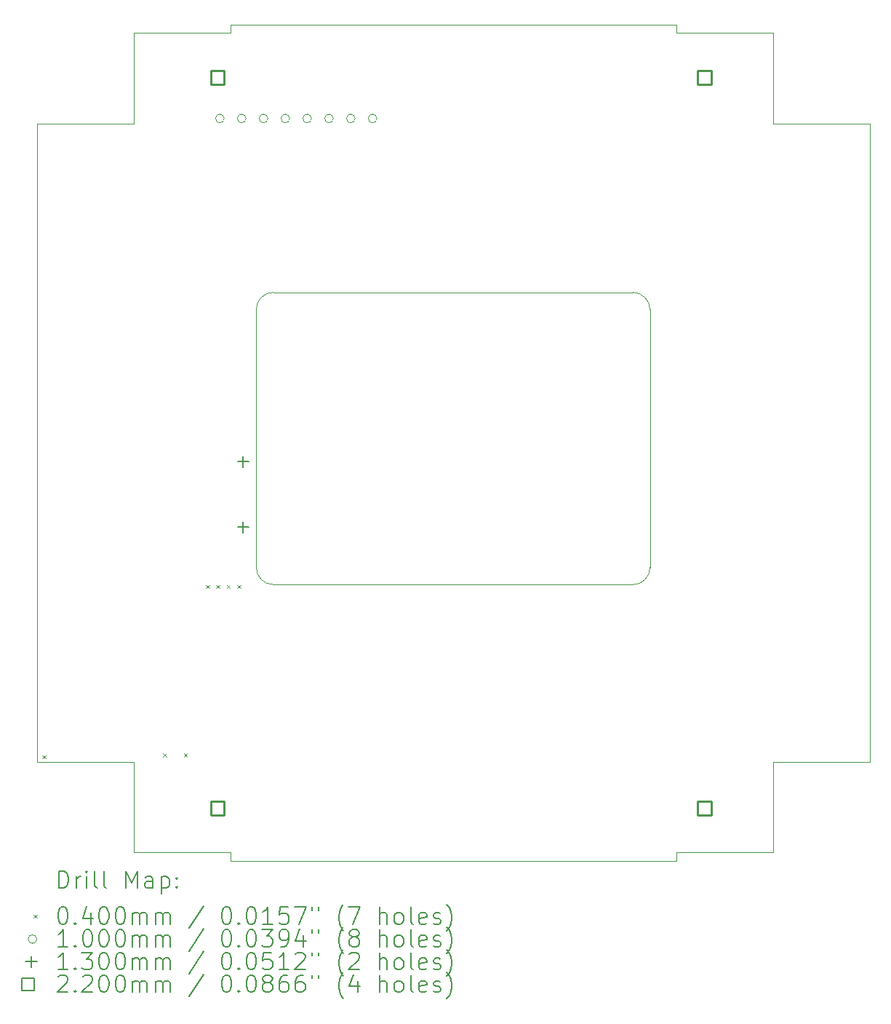
<source format=gbr>
%FSLAX45Y45*%
G04 Gerber Fmt 4.5, Leading zero omitted, Abs format (unit mm)*
G04 Created by KiCad (PCBNEW (6.0.5)) date 2023-05-08 02:29:26*
%MOMM*%
%LPD*%
G01*
G04 APERTURE LIST*
%TA.AperFunction,Profile*%
%ADD10C,0.050000*%
%TD*%
%TA.AperFunction,Profile*%
%ADD11C,0.100000*%
%TD*%
%ADD12C,0.200000*%
%ADD13C,0.040000*%
%ADD14C,0.100000*%
%ADD15C,0.130000*%
%ADD16C,0.220000*%
G04 APERTURE END LIST*
D10*
X15938800Y-14068320D02*
X15938800Y-14168320D01*
X10751600Y-14068320D02*
X9624200Y-14068320D01*
D11*
X11249000Y-7551002D02*
G75*
G03*
X11048772Y-7751679I450J-200678D01*
G01*
D10*
X18193600Y-13016760D02*
X18193800Y-5587000D01*
X10751600Y-14168320D02*
X10751600Y-14068320D01*
D11*
X15433452Y-10952000D02*
X11249679Y-10951000D01*
D10*
X18193800Y-5587000D02*
X17066400Y-5587000D01*
X17066200Y-14068320D02*
X17066200Y-13016760D01*
X8497000Y-5587000D02*
X8496800Y-13016760D01*
D11*
X11049001Y-10750772D02*
G75*
G03*
X11249679Y-10951000I200679J452D01*
G01*
D10*
X9624400Y-5587000D02*
X9624400Y-4535440D01*
D11*
X11249000Y-7551000D02*
X15432000Y-7551320D01*
X11048772Y-7751679D02*
X11049000Y-10750772D01*
D10*
X18193600Y-13016760D02*
X17066200Y-13016760D01*
X10751800Y-4535440D02*
X10751800Y-4435440D01*
X17066400Y-4535440D02*
X15939000Y-4535440D01*
D11*
X15632679Y-7751548D02*
X15633680Y-10751321D01*
X15433452Y-10952000D02*
G75*
G03*
X15633680Y-10751321I-452J200680D01*
G01*
D10*
X17066400Y-5587000D02*
X17066400Y-4535440D01*
X10751800Y-4535440D02*
X9624400Y-4535440D01*
X15938800Y-14168320D02*
X10751600Y-14168320D01*
X15939000Y-4435440D02*
X15939000Y-4535440D01*
X15939000Y-4435440D02*
X10751800Y-4435440D01*
X9624200Y-13016760D02*
X8496800Y-13016760D01*
X17066200Y-14068320D02*
X15938800Y-14068320D01*
X9624200Y-14068320D02*
X9624200Y-13016760D01*
X9624400Y-5587000D02*
X8497000Y-5587000D01*
D11*
X15632679Y-7751548D02*
G75*
G03*
X15432000Y-7551320I-200680J-452D01*
G01*
D12*
D13*
X8561000Y-12937000D02*
X8601000Y-12977000D01*
X8601000Y-12937000D02*
X8561000Y-12977000D01*
X9961400Y-12914000D02*
X10001400Y-12954000D01*
X10001400Y-12914000D02*
X9961400Y-12954000D01*
X10206200Y-12914000D02*
X10246200Y-12954000D01*
X10246200Y-12914000D02*
X10206200Y-12954000D01*
X10460800Y-10955600D02*
X10500800Y-10995600D01*
X10500800Y-10955600D02*
X10460800Y-10995600D01*
X10583200Y-10955600D02*
X10623200Y-10995600D01*
X10623200Y-10955600D02*
X10583200Y-10995600D01*
X10705600Y-10955600D02*
X10745600Y-10995600D01*
X10745600Y-10955600D02*
X10705600Y-10995600D01*
X10828000Y-10955600D02*
X10868000Y-10995600D01*
X10868000Y-10955600D02*
X10828000Y-10995600D01*
D14*
X10675400Y-5528560D02*
G75*
G03*
X10675400Y-5528560I-50000J0D01*
G01*
X10929400Y-5528560D02*
G75*
G03*
X10929400Y-5528560I-50000J0D01*
G01*
X11183400Y-5528560D02*
G75*
G03*
X11183400Y-5528560I-50000J0D01*
G01*
X11437400Y-5528560D02*
G75*
G03*
X11437400Y-5528560I-50000J0D01*
G01*
X11691400Y-5528560D02*
G75*
G03*
X11691400Y-5528560I-50000J0D01*
G01*
X11945400Y-5528560D02*
G75*
G03*
X11945400Y-5528560I-50000J0D01*
G01*
X12199400Y-5528560D02*
G75*
G03*
X12199400Y-5528560I-50000J0D01*
G01*
X12453400Y-5528560D02*
G75*
G03*
X12453400Y-5528560I-50000J0D01*
G01*
D15*
X10897600Y-9456760D02*
X10897600Y-9586760D01*
X10832600Y-9521760D02*
X10962600Y-9521760D01*
X10897600Y-10218760D02*
X10897600Y-10348760D01*
X10832600Y-10283760D02*
X10962600Y-10283760D01*
D16*
X10676583Y-5129103D02*
X10676583Y-4973538D01*
X10521018Y-4973538D01*
X10521018Y-5129103D01*
X10676583Y-5129103D01*
X10676583Y-13629102D02*
X10676583Y-13473537D01*
X10521018Y-13473537D01*
X10521018Y-13629102D01*
X10676583Y-13629102D01*
X16343982Y-5129103D02*
X16343982Y-4973538D01*
X16188417Y-4973538D01*
X16188417Y-5129103D01*
X16343982Y-5129103D01*
X16343982Y-13629102D02*
X16343982Y-13473537D01*
X16188417Y-13473537D01*
X16188417Y-13629102D01*
X16343982Y-13629102D01*
D12*
X8751919Y-14481296D02*
X8751919Y-14281296D01*
X8799538Y-14281296D01*
X8828110Y-14290820D01*
X8847157Y-14309868D01*
X8856681Y-14328915D01*
X8866205Y-14367010D01*
X8866205Y-14395582D01*
X8856681Y-14433677D01*
X8847157Y-14452725D01*
X8828110Y-14471772D01*
X8799538Y-14481296D01*
X8751919Y-14481296D01*
X8951919Y-14481296D02*
X8951919Y-14347963D01*
X8951919Y-14386058D02*
X8961443Y-14367010D01*
X8970967Y-14357487D01*
X8990014Y-14347963D01*
X9009062Y-14347963D01*
X9075729Y-14481296D02*
X9075729Y-14347963D01*
X9075729Y-14281296D02*
X9066205Y-14290820D01*
X9075729Y-14300344D01*
X9085252Y-14290820D01*
X9075729Y-14281296D01*
X9075729Y-14300344D01*
X9199538Y-14481296D02*
X9180490Y-14471772D01*
X9170967Y-14452725D01*
X9170967Y-14281296D01*
X9304300Y-14481296D02*
X9285252Y-14471772D01*
X9275729Y-14452725D01*
X9275729Y-14281296D01*
X9532871Y-14481296D02*
X9532871Y-14281296D01*
X9599538Y-14424153D01*
X9666205Y-14281296D01*
X9666205Y-14481296D01*
X9847157Y-14481296D02*
X9847157Y-14376534D01*
X9837633Y-14357487D01*
X9818586Y-14347963D01*
X9780490Y-14347963D01*
X9761443Y-14357487D01*
X9847157Y-14471772D02*
X9828110Y-14481296D01*
X9780490Y-14481296D01*
X9761443Y-14471772D01*
X9751919Y-14452725D01*
X9751919Y-14433677D01*
X9761443Y-14414629D01*
X9780490Y-14405106D01*
X9828110Y-14405106D01*
X9847157Y-14395582D01*
X9942395Y-14347963D02*
X9942395Y-14547963D01*
X9942395Y-14357487D02*
X9961443Y-14347963D01*
X9999538Y-14347963D01*
X10018586Y-14357487D01*
X10028110Y-14367010D01*
X10037633Y-14386058D01*
X10037633Y-14443201D01*
X10028110Y-14462248D01*
X10018586Y-14471772D01*
X9999538Y-14481296D01*
X9961443Y-14481296D01*
X9942395Y-14471772D01*
X10123348Y-14462248D02*
X10132871Y-14471772D01*
X10123348Y-14481296D01*
X10113824Y-14471772D01*
X10123348Y-14462248D01*
X10123348Y-14481296D01*
X10123348Y-14357487D02*
X10132871Y-14367010D01*
X10123348Y-14376534D01*
X10113824Y-14367010D01*
X10123348Y-14357487D01*
X10123348Y-14376534D01*
D13*
X8454300Y-14790820D02*
X8494300Y-14830820D01*
X8494300Y-14790820D02*
X8454300Y-14830820D01*
D12*
X8790014Y-14701296D02*
X8809062Y-14701296D01*
X8828110Y-14710820D01*
X8837633Y-14720344D01*
X8847157Y-14739391D01*
X8856681Y-14777487D01*
X8856681Y-14825106D01*
X8847157Y-14863201D01*
X8837633Y-14882248D01*
X8828110Y-14891772D01*
X8809062Y-14901296D01*
X8790014Y-14901296D01*
X8770967Y-14891772D01*
X8761443Y-14882248D01*
X8751919Y-14863201D01*
X8742395Y-14825106D01*
X8742395Y-14777487D01*
X8751919Y-14739391D01*
X8761443Y-14720344D01*
X8770967Y-14710820D01*
X8790014Y-14701296D01*
X8942395Y-14882248D02*
X8951919Y-14891772D01*
X8942395Y-14901296D01*
X8932871Y-14891772D01*
X8942395Y-14882248D01*
X8942395Y-14901296D01*
X9123348Y-14767963D02*
X9123348Y-14901296D01*
X9075729Y-14691772D02*
X9028110Y-14834629D01*
X9151919Y-14834629D01*
X9266205Y-14701296D02*
X9285252Y-14701296D01*
X9304300Y-14710820D01*
X9313824Y-14720344D01*
X9323348Y-14739391D01*
X9332871Y-14777487D01*
X9332871Y-14825106D01*
X9323348Y-14863201D01*
X9313824Y-14882248D01*
X9304300Y-14891772D01*
X9285252Y-14901296D01*
X9266205Y-14901296D01*
X9247157Y-14891772D01*
X9237633Y-14882248D01*
X9228110Y-14863201D01*
X9218586Y-14825106D01*
X9218586Y-14777487D01*
X9228110Y-14739391D01*
X9237633Y-14720344D01*
X9247157Y-14710820D01*
X9266205Y-14701296D01*
X9456681Y-14701296D02*
X9475729Y-14701296D01*
X9494776Y-14710820D01*
X9504300Y-14720344D01*
X9513824Y-14739391D01*
X9523348Y-14777487D01*
X9523348Y-14825106D01*
X9513824Y-14863201D01*
X9504300Y-14882248D01*
X9494776Y-14891772D01*
X9475729Y-14901296D01*
X9456681Y-14901296D01*
X9437633Y-14891772D01*
X9428110Y-14882248D01*
X9418586Y-14863201D01*
X9409062Y-14825106D01*
X9409062Y-14777487D01*
X9418586Y-14739391D01*
X9428110Y-14720344D01*
X9437633Y-14710820D01*
X9456681Y-14701296D01*
X9609062Y-14901296D02*
X9609062Y-14767963D01*
X9609062Y-14787010D02*
X9618586Y-14777487D01*
X9637633Y-14767963D01*
X9666205Y-14767963D01*
X9685252Y-14777487D01*
X9694776Y-14796534D01*
X9694776Y-14901296D01*
X9694776Y-14796534D02*
X9704300Y-14777487D01*
X9723348Y-14767963D01*
X9751919Y-14767963D01*
X9770967Y-14777487D01*
X9780490Y-14796534D01*
X9780490Y-14901296D01*
X9875729Y-14901296D02*
X9875729Y-14767963D01*
X9875729Y-14787010D02*
X9885252Y-14777487D01*
X9904300Y-14767963D01*
X9932871Y-14767963D01*
X9951919Y-14777487D01*
X9961443Y-14796534D01*
X9961443Y-14901296D01*
X9961443Y-14796534D02*
X9970967Y-14777487D01*
X9990014Y-14767963D01*
X10018586Y-14767963D01*
X10037633Y-14777487D01*
X10047157Y-14796534D01*
X10047157Y-14901296D01*
X10437633Y-14691772D02*
X10266205Y-14948915D01*
X10694776Y-14701296D02*
X10713824Y-14701296D01*
X10732871Y-14710820D01*
X10742395Y-14720344D01*
X10751919Y-14739391D01*
X10761443Y-14777487D01*
X10761443Y-14825106D01*
X10751919Y-14863201D01*
X10742395Y-14882248D01*
X10732871Y-14891772D01*
X10713824Y-14901296D01*
X10694776Y-14901296D01*
X10675729Y-14891772D01*
X10666205Y-14882248D01*
X10656681Y-14863201D01*
X10647157Y-14825106D01*
X10647157Y-14777487D01*
X10656681Y-14739391D01*
X10666205Y-14720344D01*
X10675729Y-14710820D01*
X10694776Y-14701296D01*
X10847157Y-14882248D02*
X10856681Y-14891772D01*
X10847157Y-14901296D01*
X10837633Y-14891772D01*
X10847157Y-14882248D01*
X10847157Y-14901296D01*
X10980490Y-14701296D02*
X10999538Y-14701296D01*
X11018586Y-14710820D01*
X11028110Y-14720344D01*
X11037633Y-14739391D01*
X11047157Y-14777487D01*
X11047157Y-14825106D01*
X11037633Y-14863201D01*
X11028110Y-14882248D01*
X11018586Y-14891772D01*
X10999538Y-14901296D01*
X10980490Y-14901296D01*
X10961443Y-14891772D01*
X10951919Y-14882248D01*
X10942395Y-14863201D01*
X10932871Y-14825106D01*
X10932871Y-14777487D01*
X10942395Y-14739391D01*
X10951919Y-14720344D01*
X10961443Y-14710820D01*
X10980490Y-14701296D01*
X11237633Y-14901296D02*
X11123348Y-14901296D01*
X11180490Y-14901296D02*
X11180490Y-14701296D01*
X11161443Y-14729868D01*
X11142395Y-14748915D01*
X11123348Y-14758439D01*
X11418586Y-14701296D02*
X11323348Y-14701296D01*
X11313824Y-14796534D01*
X11323348Y-14787010D01*
X11342395Y-14777487D01*
X11390014Y-14777487D01*
X11409062Y-14787010D01*
X11418586Y-14796534D01*
X11428109Y-14815582D01*
X11428109Y-14863201D01*
X11418586Y-14882248D01*
X11409062Y-14891772D01*
X11390014Y-14901296D01*
X11342395Y-14901296D01*
X11323348Y-14891772D01*
X11313824Y-14882248D01*
X11494776Y-14701296D02*
X11628109Y-14701296D01*
X11542395Y-14901296D01*
X11694776Y-14701296D02*
X11694776Y-14739391D01*
X11770967Y-14701296D02*
X11770967Y-14739391D01*
X12066205Y-14977487D02*
X12056681Y-14967963D01*
X12037633Y-14939391D01*
X12028109Y-14920344D01*
X12018586Y-14891772D01*
X12009062Y-14844153D01*
X12009062Y-14806058D01*
X12018586Y-14758439D01*
X12028109Y-14729868D01*
X12037633Y-14710820D01*
X12056681Y-14682248D01*
X12066205Y-14672725D01*
X12123348Y-14701296D02*
X12256681Y-14701296D01*
X12170967Y-14901296D01*
X12485252Y-14901296D02*
X12485252Y-14701296D01*
X12570967Y-14901296D02*
X12570967Y-14796534D01*
X12561443Y-14777487D01*
X12542395Y-14767963D01*
X12513824Y-14767963D01*
X12494776Y-14777487D01*
X12485252Y-14787010D01*
X12694776Y-14901296D02*
X12675728Y-14891772D01*
X12666205Y-14882248D01*
X12656681Y-14863201D01*
X12656681Y-14806058D01*
X12666205Y-14787010D01*
X12675728Y-14777487D01*
X12694776Y-14767963D01*
X12723348Y-14767963D01*
X12742395Y-14777487D01*
X12751919Y-14787010D01*
X12761443Y-14806058D01*
X12761443Y-14863201D01*
X12751919Y-14882248D01*
X12742395Y-14891772D01*
X12723348Y-14901296D01*
X12694776Y-14901296D01*
X12875728Y-14901296D02*
X12856681Y-14891772D01*
X12847157Y-14872725D01*
X12847157Y-14701296D01*
X13028109Y-14891772D02*
X13009062Y-14901296D01*
X12970967Y-14901296D01*
X12951919Y-14891772D01*
X12942395Y-14872725D01*
X12942395Y-14796534D01*
X12951919Y-14777487D01*
X12970967Y-14767963D01*
X13009062Y-14767963D01*
X13028109Y-14777487D01*
X13037633Y-14796534D01*
X13037633Y-14815582D01*
X12942395Y-14834629D01*
X13113824Y-14891772D02*
X13132871Y-14901296D01*
X13170967Y-14901296D01*
X13190014Y-14891772D01*
X13199538Y-14872725D01*
X13199538Y-14863201D01*
X13190014Y-14844153D01*
X13170967Y-14834629D01*
X13142395Y-14834629D01*
X13123348Y-14825106D01*
X13113824Y-14806058D01*
X13113824Y-14796534D01*
X13123348Y-14777487D01*
X13142395Y-14767963D01*
X13170967Y-14767963D01*
X13190014Y-14777487D01*
X13266205Y-14977487D02*
X13275728Y-14967963D01*
X13294776Y-14939391D01*
X13304300Y-14920344D01*
X13313824Y-14891772D01*
X13323348Y-14844153D01*
X13323348Y-14806058D01*
X13313824Y-14758439D01*
X13304300Y-14729868D01*
X13294776Y-14710820D01*
X13275728Y-14682248D01*
X13266205Y-14672725D01*
D14*
X8494300Y-15074820D02*
G75*
G03*
X8494300Y-15074820I-50000J0D01*
G01*
D12*
X8856681Y-15165296D02*
X8742395Y-15165296D01*
X8799538Y-15165296D02*
X8799538Y-14965296D01*
X8780490Y-14993868D01*
X8761443Y-15012915D01*
X8742395Y-15022439D01*
X8942395Y-15146248D02*
X8951919Y-15155772D01*
X8942395Y-15165296D01*
X8932871Y-15155772D01*
X8942395Y-15146248D01*
X8942395Y-15165296D01*
X9075729Y-14965296D02*
X9094776Y-14965296D01*
X9113824Y-14974820D01*
X9123348Y-14984344D01*
X9132871Y-15003391D01*
X9142395Y-15041487D01*
X9142395Y-15089106D01*
X9132871Y-15127201D01*
X9123348Y-15146248D01*
X9113824Y-15155772D01*
X9094776Y-15165296D01*
X9075729Y-15165296D01*
X9056681Y-15155772D01*
X9047157Y-15146248D01*
X9037633Y-15127201D01*
X9028110Y-15089106D01*
X9028110Y-15041487D01*
X9037633Y-15003391D01*
X9047157Y-14984344D01*
X9056681Y-14974820D01*
X9075729Y-14965296D01*
X9266205Y-14965296D02*
X9285252Y-14965296D01*
X9304300Y-14974820D01*
X9313824Y-14984344D01*
X9323348Y-15003391D01*
X9332871Y-15041487D01*
X9332871Y-15089106D01*
X9323348Y-15127201D01*
X9313824Y-15146248D01*
X9304300Y-15155772D01*
X9285252Y-15165296D01*
X9266205Y-15165296D01*
X9247157Y-15155772D01*
X9237633Y-15146248D01*
X9228110Y-15127201D01*
X9218586Y-15089106D01*
X9218586Y-15041487D01*
X9228110Y-15003391D01*
X9237633Y-14984344D01*
X9247157Y-14974820D01*
X9266205Y-14965296D01*
X9456681Y-14965296D02*
X9475729Y-14965296D01*
X9494776Y-14974820D01*
X9504300Y-14984344D01*
X9513824Y-15003391D01*
X9523348Y-15041487D01*
X9523348Y-15089106D01*
X9513824Y-15127201D01*
X9504300Y-15146248D01*
X9494776Y-15155772D01*
X9475729Y-15165296D01*
X9456681Y-15165296D01*
X9437633Y-15155772D01*
X9428110Y-15146248D01*
X9418586Y-15127201D01*
X9409062Y-15089106D01*
X9409062Y-15041487D01*
X9418586Y-15003391D01*
X9428110Y-14984344D01*
X9437633Y-14974820D01*
X9456681Y-14965296D01*
X9609062Y-15165296D02*
X9609062Y-15031963D01*
X9609062Y-15051010D02*
X9618586Y-15041487D01*
X9637633Y-15031963D01*
X9666205Y-15031963D01*
X9685252Y-15041487D01*
X9694776Y-15060534D01*
X9694776Y-15165296D01*
X9694776Y-15060534D02*
X9704300Y-15041487D01*
X9723348Y-15031963D01*
X9751919Y-15031963D01*
X9770967Y-15041487D01*
X9780490Y-15060534D01*
X9780490Y-15165296D01*
X9875729Y-15165296D02*
X9875729Y-15031963D01*
X9875729Y-15051010D02*
X9885252Y-15041487D01*
X9904300Y-15031963D01*
X9932871Y-15031963D01*
X9951919Y-15041487D01*
X9961443Y-15060534D01*
X9961443Y-15165296D01*
X9961443Y-15060534D02*
X9970967Y-15041487D01*
X9990014Y-15031963D01*
X10018586Y-15031963D01*
X10037633Y-15041487D01*
X10047157Y-15060534D01*
X10047157Y-15165296D01*
X10437633Y-14955772D02*
X10266205Y-15212915D01*
X10694776Y-14965296D02*
X10713824Y-14965296D01*
X10732871Y-14974820D01*
X10742395Y-14984344D01*
X10751919Y-15003391D01*
X10761443Y-15041487D01*
X10761443Y-15089106D01*
X10751919Y-15127201D01*
X10742395Y-15146248D01*
X10732871Y-15155772D01*
X10713824Y-15165296D01*
X10694776Y-15165296D01*
X10675729Y-15155772D01*
X10666205Y-15146248D01*
X10656681Y-15127201D01*
X10647157Y-15089106D01*
X10647157Y-15041487D01*
X10656681Y-15003391D01*
X10666205Y-14984344D01*
X10675729Y-14974820D01*
X10694776Y-14965296D01*
X10847157Y-15146248D02*
X10856681Y-15155772D01*
X10847157Y-15165296D01*
X10837633Y-15155772D01*
X10847157Y-15146248D01*
X10847157Y-15165296D01*
X10980490Y-14965296D02*
X10999538Y-14965296D01*
X11018586Y-14974820D01*
X11028110Y-14984344D01*
X11037633Y-15003391D01*
X11047157Y-15041487D01*
X11047157Y-15089106D01*
X11037633Y-15127201D01*
X11028110Y-15146248D01*
X11018586Y-15155772D01*
X10999538Y-15165296D01*
X10980490Y-15165296D01*
X10961443Y-15155772D01*
X10951919Y-15146248D01*
X10942395Y-15127201D01*
X10932871Y-15089106D01*
X10932871Y-15041487D01*
X10942395Y-15003391D01*
X10951919Y-14984344D01*
X10961443Y-14974820D01*
X10980490Y-14965296D01*
X11113824Y-14965296D02*
X11237633Y-14965296D01*
X11170967Y-15041487D01*
X11199538Y-15041487D01*
X11218586Y-15051010D01*
X11228109Y-15060534D01*
X11237633Y-15079582D01*
X11237633Y-15127201D01*
X11228109Y-15146248D01*
X11218586Y-15155772D01*
X11199538Y-15165296D01*
X11142395Y-15165296D01*
X11123348Y-15155772D01*
X11113824Y-15146248D01*
X11332871Y-15165296D02*
X11370967Y-15165296D01*
X11390014Y-15155772D01*
X11399538Y-15146248D01*
X11418586Y-15117677D01*
X11428109Y-15079582D01*
X11428109Y-15003391D01*
X11418586Y-14984344D01*
X11409062Y-14974820D01*
X11390014Y-14965296D01*
X11351919Y-14965296D01*
X11332871Y-14974820D01*
X11323348Y-14984344D01*
X11313824Y-15003391D01*
X11313824Y-15051010D01*
X11323348Y-15070058D01*
X11332871Y-15079582D01*
X11351919Y-15089106D01*
X11390014Y-15089106D01*
X11409062Y-15079582D01*
X11418586Y-15070058D01*
X11428109Y-15051010D01*
X11599538Y-15031963D02*
X11599538Y-15165296D01*
X11551919Y-14955772D02*
X11504300Y-15098629D01*
X11628109Y-15098629D01*
X11694776Y-14965296D02*
X11694776Y-15003391D01*
X11770967Y-14965296D02*
X11770967Y-15003391D01*
X12066205Y-15241487D02*
X12056681Y-15231963D01*
X12037633Y-15203391D01*
X12028109Y-15184344D01*
X12018586Y-15155772D01*
X12009062Y-15108153D01*
X12009062Y-15070058D01*
X12018586Y-15022439D01*
X12028109Y-14993868D01*
X12037633Y-14974820D01*
X12056681Y-14946248D01*
X12066205Y-14936725D01*
X12170967Y-15051010D02*
X12151919Y-15041487D01*
X12142395Y-15031963D01*
X12132871Y-15012915D01*
X12132871Y-15003391D01*
X12142395Y-14984344D01*
X12151919Y-14974820D01*
X12170967Y-14965296D01*
X12209062Y-14965296D01*
X12228109Y-14974820D01*
X12237633Y-14984344D01*
X12247157Y-15003391D01*
X12247157Y-15012915D01*
X12237633Y-15031963D01*
X12228109Y-15041487D01*
X12209062Y-15051010D01*
X12170967Y-15051010D01*
X12151919Y-15060534D01*
X12142395Y-15070058D01*
X12132871Y-15089106D01*
X12132871Y-15127201D01*
X12142395Y-15146248D01*
X12151919Y-15155772D01*
X12170967Y-15165296D01*
X12209062Y-15165296D01*
X12228109Y-15155772D01*
X12237633Y-15146248D01*
X12247157Y-15127201D01*
X12247157Y-15089106D01*
X12237633Y-15070058D01*
X12228109Y-15060534D01*
X12209062Y-15051010D01*
X12485252Y-15165296D02*
X12485252Y-14965296D01*
X12570967Y-15165296D02*
X12570967Y-15060534D01*
X12561443Y-15041487D01*
X12542395Y-15031963D01*
X12513824Y-15031963D01*
X12494776Y-15041487D01*
X12485252Y-15051010D01*
X12694776Y-15165296D02*
X12675728Y-15155772D01*
X12666205Y-15146248D01*
X12656681Y-15127201D01*
X12656681Y-15070058D01*
X12666205Y-15051010D01*
X12675728Y-15041487D01*
X12694776Y-15031963D01*
X12723348Y-15031963D01*
X12742395Y-15041487D01*
X12751919Y-15051010D01*
X12761443Y-15070058D01*
X12761443Y-15127201D01*
X12751919Y-15146248D01*
X12742395Y-15155772D01*
X12723348Y-15165296D01*
X12694776Y-15165296D01*
X12875728Y-15165296D02*
X12856681Y-15155772D01*
X12847157Y-15136725D01*
X12847157Y-14965296D01*
X13028109Y-15155772D02*
X13009062Y-15165296D01*
X12970967Y-15165296D01*
X12951919Y-15155772D01*
X12942395Y-15136725D01*
X12942395Y-15060534D01*
X12951919Y-15041487D01*
X12970967Y-15031963D01*
X13009062Y-15031963D01*
X13028109Y-15041487D01*
X13037633Y-15060534D01*
X13037633Y-15079582D01*
X12942395Y-15098629D01*
X13113824Y-15155772D02*
X13132871Y-15165296D01*
X13170967Y-15165296D01*
X13190014Y-15155772D01*
X13199538Y-15136725D01*
X13199538Y-15127201D01*
X13190014Y-15108153D01*
X13170967Y-15098629D01*
X13142395Y-15098629D01*
X13123348Y-15089106D01*
X13113824Y-15070058D01*
X13113824Y-15060534D01*
X13123348Y-15041487D01*
X13142395Y-15031963D01*
X13170967Y-15031963D01*
X13190014Y-15041487D01*
X13266205Y-15241487D02*
X13275728Y-15231963D01*
X13294776Y-15203391D01*
X13304300Y-15184344D01*
X13313824Y-15155772D01*
X13323348Y-15108153D01*
X13323348Y-15070058D01*
X13313824Y-15022439D01*
X13304300Y-14993868D01*
X13294776Y-14974820D01*
X13275728Y-14946248D01*
X13266205Y-14936725D01*
D15*
X8429300Y-15273820D02*
X8429300Y-15403820D01*
X8364300Y-15338820D02*
X8494300Y-15338820D01*
D12*
X8856681Y-15429296D02*
X8742395Y-15429296D01*
X8799538Y-15429296D02*
X8799538Y-15229296D01*
X8780490Y-15257868D01*
X8761443Y-15276915D01*
X8742395Y-15286439D01*
X8942395Y-15410248D02*
X8951919Y-15419772D01*
X8942395Y-15429296D01*
X8932871Y-15419772D01*
X8942395Y-15410248D01*
X8942395Y-15429296D01*
X9018586Y-15229296D02*
X9142395Y-15229296D01*
X9075729Y-15305487D01*
X9104300Y-15305487D01*
X9123348Y-15315010D01*
X9132871Y-15324534D01*
X9142395Y-15343582D01*
X9142395Y-15391201D01*
X9132871Y-15410248D01*
X9123348Y-15419772D01*
X9104300Y-15429296D01*
X9047157Y-15429296D01*
X9028110Y-15419772D01*
X9018586Y-15410248D01*
X9266205Y-15229296D02*
X9285252Y-15229296D01*
X9304300Y-15238820D01*
X9313824Y-15248344D01*
X9323348Y-15267391D01*
X9332871Y-15305487D01*
X9332871Y-15353106D01*
X9323348Y-15391201D01*
X9313824Y-15410248D01*
X9304300Y-15419772D01*
X9285252Y-15429296D01*
X9266205Y-15429296D01*
X9247157Y-15419772D01*
X9237633Y-15410248D01*
X9228110Y-15391201D01*
X9218586Y-15353106D01*
X9218586Y-15305487D01*
X9228110Y-15267391D01*
X9237633Y-15248344D01*
X9247157Y-15238820D01*
X9266205Y-15229296D01*
X9456681Y-15229296D02*
X9475729Y-15229296D01*
X9494776Y-15238820D01*
X9504300Y-15248344D01*
X9513824Y-15267391D01*
X9523348Y-15305487D01*
X9523348Y-15353106D01*
X9513824Y-15391201D01*
X9504300Y-15410248D01*
X9494776Y-15419772D01*
X9475729Y-15429296D01*
X9456681Y-15429296D01*
X9437633Y-15419772D01*
X9428110Y-15410248D01*
X9418586Y-15391201D01*
X9409062Y-15353106D01*
X9409062Y-15305487D01*
X9418586Y-15267391D01*
X9428110Y-15248344D01*
X9437633Y-15238820D01*
X9456681Y-15229296D01*
X9609062Y-15429296D02*
X9609062Y-15295963D01*
X9609062Y-15315010D02*
X9618586Y-15305487D01*
X9637633Y-15295963D01*
X9666205Y-15295963D01*
X9685252Y-15305487D01*
X9694776Y-15324534D01*
X9694776Y-15429296D01*
X9694776Y-15324534D02*
X9704300Y-15305487D01*
X9723348Y-15295963D01*
X9751919Y-15295963D01*
X9770967Y-15305487D01*
X9780490Y-15324534D01*
X9780490Y-15429296D01*
X9875729Y-15429296D02*
X9875729Y-15295963D01*
X9875729Y-15315010D02*
X9885252Y-15305487D01*
X9904300Y-15295963D01*
X9932871Y-15295963D01*
X9951919Y-15305487D01*
X9961443Y-15324534D01*
X9961443Y-15429296D01*
X9961443Y-15324534D02*
X9970967Y-15305487D01*
X9990014Y-15295963D01*
X10018586Y-15295963D01*
X10037633Y-15305487D01*
X10047157Y-15324534D01*
X10047157Y-15429296D01*
X10437633Y-15219772D02*
X10266205Y-15476915D01*
X10694776Y-15229296D02*
X10713824Y-15229296D01*
X10732871Y-15238820D01*
X10742395Y-15248344D01*
X10751919Y-15267391D01*
X10761443Y-15305487D01*
X10761443Y-15353106D01*
X10751919Y-15391201D01*
X10742395Y-15410248D01*
X10732871Y-15419772D01*
X10713824Y-15429296D01*
X10694776Y-15429296D01*
X10675729Y-15419772D01*
X10666205Y-15410248D01*
X10656681Y-15391201D01*
X10647157Y-15353106D01*
X10647157Y-15305487D01*
X10656681Y-15267391D01*
X10666205Y-15248344D01*
X10675729Y-15238820D01*
X10694776Y-15229296D01*
X10847157Y-15410248D02*
X10856681Y-15419772D01*
X10847157Y-15429296D01*
X10837633Y-15419772D01*
X10847157Y-15410248D01*
X10847157Y-15429296D01*
X10980490Y-15229296D02*
X10999538Y-15229296D01*
X11018586Y-15238820D01*
X11028110Y-15248344D01*
X11037633Y-15267391D01*
X11047157Y-15305487D01*
X11047157Y-15353106D01*
X11037633Y-15391201D01*
X11028110Y-15410248D01*
X11018586Y-15419772D01*
X10999538Y-15429296D01*
X10980490Y-15429296D01*
X10961443Y-15419772D01*
X10951919Y-15410248D01*
X10942395Y-15391201D01*
X10932871Y-15353106D01*
X10932871Y-15305487D01*
X10942395Y-15267391D01*
X10951919Y-15248344D01*
X10961443Y-15238820D01*
X10980490Y-15229296D01*
X11228109Y-15229296D02*
X11132871Y-15229296D01*
X11123348Y-15324534D01*
X11132871Y-15315010D01*
X11151919Y-15305487D01*
X11199538Y-15305487D01*
X11218586Y-15315010D01*
X11228109Y-15324534D01*
X11237633Y-15343582D01*
X11237633Y-15391201D01*
X11228109Y-15410248D01*
X11218586Y-15419772D01*
X11199538Y-15429296D01*
X11151919Y-15429296D01*
X11132871Y-15419772D01*
X11123348Y-15410248D01*
X11428109Y-15429296D02*
X11313824Y-15429296D01*
X11370967Y-15429296D02*
X11370967Y-15229296D01*
X11351919Y-15257868D01*
X11332871Y-15276915D01*
X11313824Y-15286439D01*
X11504300Y-15248344D02*
X11513824Y-15238820D01*
X11532871Y-15229296D01*
X11580490Y-15229296D01*
X11599538Y-15238820D01*
X11609062Y-15248344D01*
X11618586Y-15267391D01*
X11618586Y-15286439D01*
X11609062Y-15315010D01*
X11494776Y-15429296D01*
X11618586Y-15429296D01*
X11694776Y-15229296D02*
X11694776Y-15267391D01*
X11770967Y-15229296D02*
X11770967Y-15267391D01*
X12066205Y-15505487D02*
X12056681Y-15495963D01*
X12037633Y-15467391D01*
X12028109Y-15448344D01*
X12018586Y-15419772D01*
X12009062Y-15372153D01*
X12009062Y-15334058D01*
X12018586Y-15286439D01*
X12028109Y-15257868D01*
X12037633Y-15238820D01*
X12056681Y-15210248D01*
X12066205Y-15200725D01*
X12132871Y-15248344D02*
X12142395Y-15238820D01*
X12161443Y-15229296D01*
X12209062Y-15229296D01*
X12228109Y-15238820D01*
X12237633Y-15248344D01*
X12247157Y-15267391D01*
X12247157Y-15286439D01*
X12237633Y-15315010D01*
X12123348Y-15429296D01*
X12247157Y-15429296D01*
X12485252Y-15429296D02*
X12485252Y-15229296D01*
X12570967Y-15429296D02*
X12570967Y-15324534D01*
X12561443Y-15305487D01*
X12542395Y-15295963D01*
X12513824Y-15295963D01*
X12494776Y-15305487D01*
X12485252Y-15315010D01*
X12694776Y-15429296D02*
X12675728Y-15419772D01*
X12666205Y-15410248D01*
X12656681Y-15391201D01*
X12656681Y-15334058D01*
X12666205Y-15315010D01*
X12675728Y-15305487D01*
X12694776Y-15295963D01*
X12723348Y-15295963D01*
X12742395Y-15305487D01*
X12751919Y-15315010D01*
X12761443Y-15334058D01*
X12761443Y-15391201D01*
X12751919Y-15410248D01*
X12742395Y-15419772D01*
X12723348Y-15429296D01*
X12694776Y-15429296D01*
X12875728Y-15429296D02*
X12856681Y-15419772D01*
X12847157Y-15400725D01*
X12847157Y-15229296D01*
X13028109Y-15419772D02*
X13009062Y-15429296D01*
X12970967Y-15429296D01*
X12951919Y-15419772D01*
X12942395Y-15400725D01*
X12942395Y-15324534D01*
X12951919Y-15305487D01*
X12970967Y-15295963D01*
X13009062Y-15295963D01*
X13028109Y-15305487D01*
X13037633Y-15324534D01*
X13037633Y-15343582D01*
X12942395Y-15362629D01*
X13113824Y-15419772D02*
X13132871Y-15429296D01*
X13170967Y-15429296D01*
X13190014Y-15419772D01*
X13199538Y-15400725D01*
X13199538Y-15391201D01*
X13190014Y-15372153D01*
X13170967Y-15362629D01*
X13142395Y-15362629D01*
X13123348Y-15353106D01*
X13113824Y-15334058D01*
X13113824Y-15324534D01*
X13123348Y-15305487D01*
X13142395Y-15295963D01*
X13170967Y-15295963D01*
X13190014Y-15305487D01*
X13266205Y-15505487D02*
X13275728Y-15495963D01*
X13294776Y-15467391D01*
X13304300Y-15448344D01*
X13313824Y-15419772D01*
X13323348Y-15372153D01*
X13323348Y-15334058D01*
X13313824Y-15286439D01*
X13304300Y-15257868D01*
X13294776Y-15238820D01*
X13275728Y-15210248D01*
X13266205Y-15200725D01*
X8465011Y-15673531D02*
X8465011Y-15532109D01*
X8323589Y-15532109D01*
X8323589Y-15673531D01*
X8465011Y-15673531D01*
X8742395Y-15512344D02*
X8751919Y-15502820D01*
X8770967Y-15493296D01*
X8818586Y-15493296D01*
X8837633Y-15502820D01*
X8847157Y-15512344D01*
X8856681Y-15531391D01*
X8856681Y-15550439D01*
X8847157Y-15579010D01*
X8732871Y-15693296D01*
X8856681Y-15693296D01*
X8942395Y-15674248D02*
X8951919Y-15683772D01*
X8942395Y-15693296D01*
X8932871Y-15683772D01*
X8942395Y-15674248D01*
X8942395Y-15693296D01*
X9028110Y-15512344D02*
X9037633Y-15502820D01*
X9056681Y-15493296D01*
X9104300Y-15493296D01*
X9123348Y-15502820D01*
X9132871Y-15512344D01*
X9142395Y-15531391D01*
X9142395Y-15550439D01*
X9132871Y-15579010D01*
X9018586Y-15693296D01*
X9142395Y-15693296D01*
X9266205Y-15493296D02*
X9285252Y-15493296D01*
X9304300Y-15502820D01*
X9313824Y-15512344D01*
X9323348Y-15531391D01*
X9332871Y-15569487D01*
X9332871Y-15617106D01*
X9323348Y-15655201D01*
X9313824Y-15674248D01*
X9304300Y-15683772D01*
X9285252Y-15693296D01*
X9266205Y-15693296D01*
X9247157Y-15683772D01*
X9237633Y-15674248D01*
X9228110Y-15655201D01*
X9218586Y-15617106D01*
X9218586Y-15569487D01*
X9228110Y-15531391D01*
X9237633Y-15512344D01*
X9247157Y-15502820D01*
X9266205Y-15493296D01*
X9456681Y-15493296D02*
X9475729Y-15493296D01*
X9494776Y-15502820D01*
X9504300Y-15512344D01*
X9513824Y-15531391D01*
X9523348Y-15569487D01*
X9523348Y-15617106D01*
X9513824Y-15655201D01*
X9504300Y-15674248D01*
X9494776Y-15683772D01*
X9475729Y-15693296D01*
X9456681Y-15693296D01*
X9437633Y-15683772D01*
X9428110Y-15674248D01*
X9418586Y-15655201D01*
X9409062Y-15617106D01*
X9409062Y-15569487D01*
X9418586Y-15531391D01*
X9428110Y-15512344D01*
X9437633Y-15502820D01*
X9456681Y-15493296D01*
X9609062Y-15693296D02*
X9609062Y-15559963D01*
X9609062Y-15579010D02*
X9618586Y-15569487D01*
X9637633Y-15559963D01*
X9666205Y-15559963D01*
X9685252Y-15569487D01*
X9694776Y-15588534D01*
X9694776Y-15693296D01*
X9694776Y-15588534D02*
X9704300Y-15569487D01*
X9723348Y-15559963D01*
X9751919Y-15559963D01*
X9770967Y-15569487D01*
X9780490Y-15588534D01*
X9780490Y-15693296D01*
X9875729Y-15693296D02*
X9875729Y-15559963D01*
X9875729Y-15579010D02*
X9885252Y-15569487D01*
X9904300Y-15559963D01*
X9932871Y-15559963D01*
X9951919Y-15569487D01*
X9961443Y-15588534D01*
X9961443Y-15693296D01*
X9961443Y-15588534D02*
X9970967Y-15569487D01*
X9990014Y-15559963D01*
X10018586Y-15559963D01*
X10037633Y-15569487D01*
X10047157Y-15588534D01*
X10047157Y-15693296D01*
X10437633Y-15483772D02*
X10266205Y-15740915D01*
X10694776Y-15493296D02*
X10713824Y-15493296D01*
X10732871Y-15502820D01*
X10742395Y-15512344D01*
X10751919Y-15531391D01*
X10761443Y-15569487D01*
X10761443Y-15617106D01*
X10751919Y-15655201D01*
X10742395Y-15674248D01*
X10732871Y-15683772D01*
X10713824Y-15693296D01*
X10694776Y-15693296D01*
X10675729Y-15683772D01*
X10666205Y-15674248D01*
X10656681Y-15655201D01*
X10647157Y-15617106D01*
X10647157Y-15569487D01*
X10656681Y-15531391D01*
X10666205Y-15512344D01*
X10675729Y-15502820D01*
X10694776Y-15493296D01*
X10847157Y-15674248D02*
X10856681Y-15683772D01*
X10847157Y-15693296D01*
X10837633Y-15683772D01*
X10847157Y-15674248D01*
X10847157Y-15693296D01*
X10980490Y-15493296D02*
X10999538Y-15493296D01*
X11018586Y-15502820D01*
X11028110Y-15512344D01*
X11037633Y-15531391D01*
X11047157Y-15569487D01*
X11047157Y-15617106D01*
X11037633Y-15655201D01*
X11028110Y-15674248D01*
X11018586Y-15683772D01*
X10999538Y-15693296D01*
X10980490Y-15693296D01*
X10961443Y-15683772D01*
X10951919Y-15674248D01*
X10942395Y-15655201D01*
X10932871Y-15617106D01*
X10932871Y-15569487D01*
X10942395Y-15531391D01*
X10951919Y-15512344D01*
X10961443Y-15502820D01*
X10980490Y-15493296D01*
X11161443Y-15579010D02*
X11142395Y-15569487D01*
X11132871Y-15559963D01*
X11123348Y-15540915D01*
X11123348Y-15531391D01*
X11132871Y-15512344D01*
X11142395Y-15502820D01*
X11161443Y-15493296D01*
X11199538Y-15493296D01*
X11218586Y-15502820D01*
X11228109Y-15512344D01*
X11237633Y-15531391D01*
X11237633Y-15540915D01*
X11228109Y-15559963D01*
X11218586Y-15569487D01*
X11199538Y-15579010D01*
X11161443Y-15579010D01*
X11142395Y-15588534D01*
X11132871Y-15598058D01*
X11123348Y-15617106D01*
X11123348Y-15655201D01*
X11132871Y-15674248D01*
X11142395Y-15683772D01*
X11161443Y-15693296D01*
X11199538Y-15693296D01*
X11218586Y-15683772D01*
X11228109Y-15674248D01*
X11237633Y-15655201D01*
X11237633Y-15617106D01*
X11228109Y-15598058D01*
X11218586Y-15588534D01*
X11199538Y-15579010D01*
X11409062Y-15493296D02*
X11370967Y-15493296D01*
X11351919Y-15502820D01*
X11342395Y-15512344D01*
X11323348Y-15540915D01*
X11313824Y-15579010D01*
X11313824Y-15655201D01*
X11323348Y-15674248D01*
X11332871Y-15683772D01*
X11351919Y-15693296D01*
X11390014Y-15693296D01*
X11409062Y-15683772D01*
X11418586Y-15674248D01*
X11428109Y-15655201D01*
X11428109Y-15607582D01*
X11418586Y-15588534D01*
X11409062Y-15579010D01*
X11390014Y-15569487D01*
X11351919Y-15569487D01*
X11332871Y-15579010D01*
X11323348Y-15588534D01*
X11313824Y-15607582D01*
X11599538Y-15493296D02*
X11561443Y-15493296D01*
X11542395Y-15502820D01*
X11532871Y-15512344D01*
X11513824Y-15540915D01*
X11504300Y-15579010D01*
X11504300Y-15655201D01*
X11513824Y-15674248D01*
X11523348Y-15683772D01*
X11542395Y-15693296D01*
X11580490Y-15693296D01*
X11599538Y-15683772D01*
X11609062Y-15674248D01*
X11618586Y-15655201D01*
X11618586Y-15607582D01*
X11609062Y-15588534D01*
X11599538Y-15579010D01*
X11580490Y-15569487D01*
X11542395Y-15569487D01*
X11523348Y-15579010D01*
X11513824Y-15588534D01*
X11504300Y-15607582D01*
X11694776Y-15493296D02*
X11694776Y-15531391D01*
X11770967Y-15493296D02*
X11770967Y-15531391D01*
X12066205Y-15769487D02*
X12056681Y-15759963D01*
X12037633Y-15731391D01*
X12028109Y-15712344D01*
X12018586Y-15683772D01*
X12009062Y-15636153D01*
X12009062Y-15598058D01*
X12018586Y-15550439D01*
X12028109Y-15521868D01*
X12037633Y-15502820D01*
X12056681Y-15474248D01*
X12066205Y-15464725D01*
X12228109Y-15559963D02*
X12228109Y-15693296D01*
X12180490Y-15483772D02*
X12132871Y-15626629D01*
X12256681Y-15626629D01*
X12485252Y-15693296D02*
X12485252Y-15493296D01*
X12570967Y-15693296D02*
X12570967Y-15588534D01*
X12561443Y-15569487D01*
X12542395Y-15559963D01*
X12513824Y-15559963D01*
X12494776Y-15569487D01*
X12485252Y-15579010D01*
X12694776Y-15693296D02*
X12675728Y-15683772D01*
X12666205Y-15674248D01*
X12656681Y-15655201D01*
X12656681Y-15598058D01*
X12666205Y-15579010D01*
X12675728Y-15569487D01*
X12694776Y-15559963D01*
X12723348Y-15559963D01*
X12742395Y-15569487D01*
X12751919Y-15579010D01*
X12761443Y-15598058D01*
X12761443Y-15655201D01*
X12751919Y-15674248D01*
X12742395Y-15683772D01*
X12723348Y-15693296D01*
X12694776Y-15693296D01*
X12875728Y-15693296D02*
X12856681Y-15683772D01*
X12847157Y-15664725D01*
X12847157Y-15493296D01*
X13028109Y-15683772D02*
X13009062Y-15693296D01*
X12970967Y-15693296D01*
X12951919Y-15683772D01*
X12942395Y-15664725D01*
X12942395Y-15588534D01*
X12951919Y-15569487D01*
X12970967Y-15559963D01*
X13009062Y-15559963D01*
X13028109Y-15569487D01*
X13037633Y-15588534D01*
X13037633Y-15607582D01*
X12942395Y-15626629D01*
X13113824Y-15683772D02*
X13132871Y-15693296D01*
X13170967Y-15693296D01*
X13190014Y-15683772D01*
X13199538Y-15664725D01*
X13199538Y-15655201D01*
X13190014Y-15636153D01*
X13170967Y-15626629D01*
X13142395Y-15626629D01*
X13123348Y-15617106D01*
X13113824Y-15598058D01*
X13113824Y-15588534D01*
X13123348Y-15569487D01*
X13142395Y-15559963D01*
X13170967Y-15559963D01*
X13190014Y-15569487D01*
X13266205Y-15769487D02*
X13275728Y-15759963D01*
X13294776Y-15731391D01*
X13304300Y-15712344D01*
X13313824Y-15683772D01*
X13323348Y-15636153D01*
X13323348Y-15598058D01*
X13313824Y-15550439D01*
X13304300Y-15521868D01*
X13294776Y-15502820D01*
X13275728Y-15474248D01*
X13266205Y-15464725D01*
M02*

</source>
